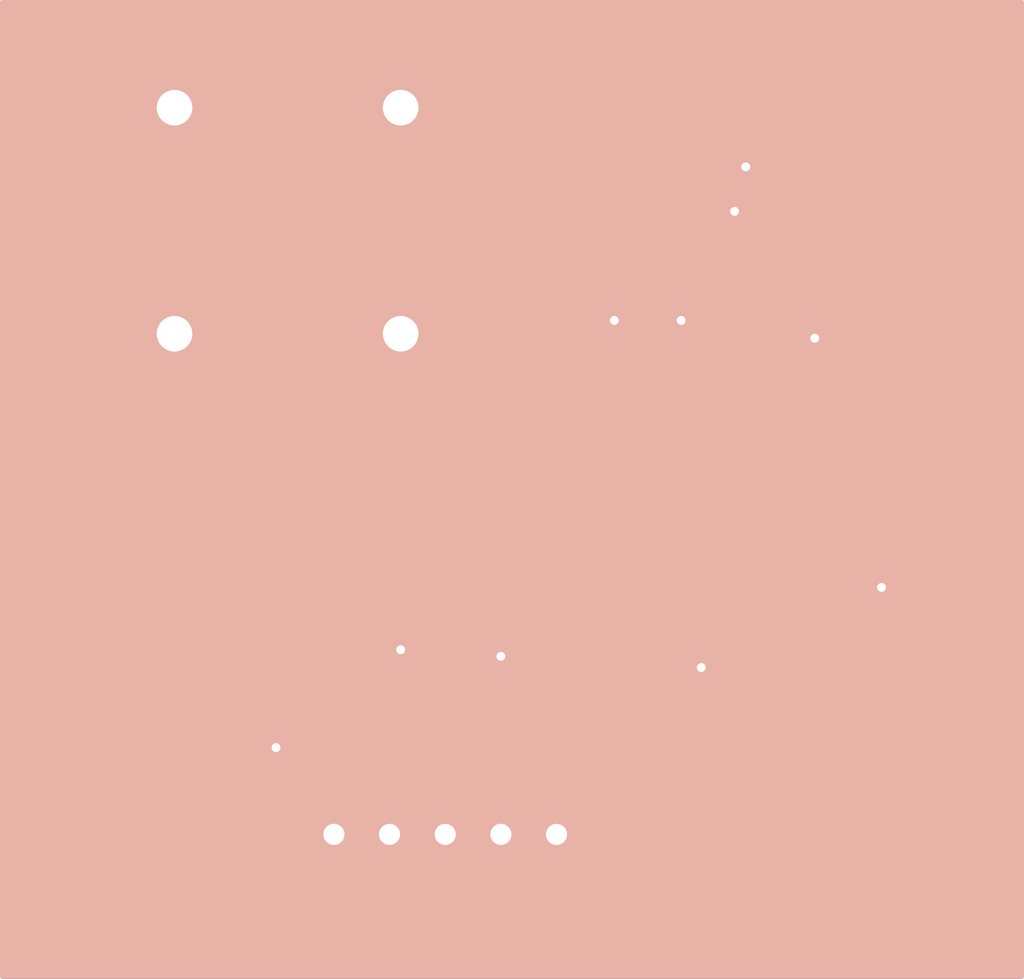
<source format=kicad_pcb>
(kicad_pcb (version 20240108) (generator "pcbnew") (generator_version "8.0")
  (layers (0 "F.Cu" signal) (31 "B.Cu" signal) (34 "B.Paste" user) (35 "F.Paste" user) (36 "B.SilkS" user "B.Silkscreen") (37 "F.SilkS" user "F.Silkscreen") (38 "B.Mask" user) (39 "F.Mask" user) (44 "Edge.Cuts" user))
  (net 0 "")
  (net 1 "Net-(D1-A)")
  (net 2 "/V_CELL_3")
  (net 3 "/V_CELL_2")
  (net 4 "/V_CELL_4")
  (net 5 "GND")
  (net 6 "/V_CELL_1")
  (net 7 "/CON_1")
  (net 8 "/CON_2")
  (net 9 "/CON_3")
  (net 10 "/CON_4")
  (net 11 "Net-(D2-A)")
  (net 12 "Net-(D3-A)")
  (net 13 "Net-(D4-A)")
  (net 14 "Net-(U5-1Y)")
  (net 15 "Net-(U5-2Y)")
  (net 19 "/V_OUT")
  (footprint "Resistor_SMD:R_0805_2012Metric" (layer "F.Cu") (at 55.7408 39.4992)
    (property "Reference" "R9" (hide yes))
    (property "Value" "70Ω" (hide yes))
    (pad "1" smd roundrect (at -0.9125 0) (size 1.025 1.4) (layers "F.Cu" "F.Paste" "F.Mask") (roundrect_rratio 0.243902) (net 9 "/CON_3"))
    (pad "2" smd roundrect (at 0.9125 0) (size 1.025 1.4) (layers "F.Cu" "F.Paste" "F.Mask") (roundrect_rratio 0.243902) (net 12 "Net-(D3-A)"))
  )
  (footprint "LED_SMD:LED_0805_2012Metric" (layer "F.Cu") (at 60 35.4992 180)
    (property "Reference" "D1-4" (at -0.5 1.9992 0) (layer "F.SilkS"))
    (property "Value" "LED" (hide yes))
    (pad "1" smd roundrect (at -0.9375 0 180) (size 0.975 1.4) (layers "F.Cu" "F.Paste" "F.Mask") (net 3 "/V_CELL_2"))
    (pad "2" smd roundrect (at 0.9375 0 180) (size 0.975 1.4) (layers "F.Cu" "F.Paste" "F.Mask") (net 1 "Net-(D1-A)"))
  )
  (footprint "Capacitor_SMD:C_0805_2012Metric" (layer "F.Cu") (at 57.5 55.05 90)
    (property "Reference" "C1" (at 2.5 -0.05 180) (layer "F.SilkS"))
    (property "Value" "1uF" (hide yes))
    (pad "1" smd roundrect (at -0.95 0 90) (size 1 1.45) (layers "F.Cu" "F.Paste" "F.Mask") (net 6 "/V_CELL_1"))
    (pad "2" smd roundrect (at 0.95 0 90) (size 1 1.45) (layers "F.Cu" "F.Paste" "F.Mask") (net 3 "/V_CELL_2"))
  )
  (footprint "LED_SMD:LED_0805_2012Metric" (layer "F.Cu") (at 60 37.5 180)
    (property "Reference" "D2" (hide yes))
    (property "Value" "LED" (hide yes))
    (pad "1" smd roundrect (at -0.9375 0 180) (size 0.975 1.4) (layers "F.Cu" "F.Paste" "F.Mask") (net 2 "/V_CELL_3"))
    (pad "2" smd roundrect (at 0.9375 0 180) (size 0.975 1.4) (layers "F.Cu" "F.Paste" "F.Mask") (net 11 "Net-(D2-A)"))
  )
  (footprint "Resistor_SMD:R_0805_2012Metric" (layer "F.Cu") (at 38.4675 59)
    (property "Reference" "R3" (at -0.268734 1.980901 180) (layer "F.SilkS"))
    (property "Value" "1MΩ" (hide yes))
    (pad "1" smd roundrect (at -0.9125 0) (size 1.025 1.4) (layers "F.Cu" "F.Paste" "F.Mask") (roundrect_rratio 0.243902) (net 9 "/CON_3"))
    (pad "2" smd roundrect (at 0.9125 0) (size 1.025 1.4) (layers "F.Cu" "F.Paste" "F.Mask") (roundrect_rratio 0.243902) (net 2 "/V_CELL_3"))
  )
  (footprint "Resistor_SMD:R_0805_2012Metric" (layer "F.Cu") (at 55.7808 35.4992)
    (property "Reference" "R7-10" (at -0.2808 -1.9992 0) (layer "F.SilkS"))
    (property "Value" "70Ω" (hide yes))
    (pad "1" smd roundrect (at -0.9125 0) (size 1.025 1.4) (layers "F.Cu" "F.Paste" "F.Mask") (roundrect_rratio 0.243902) (net 7 "/CON_1"))
    (pad "2" smd roundrect (at 0.9125 0) (size 1.025 1.4) (layers "F.Cu" "F.Paste" "F.Mask") (roundrect_rratio 0.243902) (net 1 "Net-(D1-A)"))
  )
  (footprint "Capacitor_SMD:C_0805_2012Metric" (layer "F.Cu") (at 48 55 90)
    (property "Reference" "C8" (at 2.55 0 180) (layer "F.SilkS"))
    (property "Value" "1uF" (hide yes))
    (pad "1" smd roundrect (at -0.95 0 90) (size 1 1.45) (layers "F.Cu" "F.Paste" "F.Mask") (net 3 "/V_CELL_2"))
    (pad "2" smd roundrect (at 0.95 0 90) (size 1 1.45) (layers "F.Cu" "F.Paste" "F.Mask") (net 2 "/V_CELL_3"))
  )
  (footprint "LED_SMD:LED_0805_2012Metric" (layer "F.Cu") (at 60 39.5 180)
    (property "Reference" "D3" (hide yes))
    (property "Value" "LED" (hide yes))
    (pad "1" smd roundrect (at -0.9375 0 180) (size 0.975 1.4) (layers "F.Cu" "F.Paste" "F.Mask") (net 4 "/V_CELL_4"))
    (pad "2" smd roundrect (at 0.9375 0 180) (size 0.975 1.4) (layers "F.Cu" "F.Paste" "F.Mask") (net 12 "Net-(D3-A)"))
  )
  (footprint "Package_TO_SOT_SMD:SOT-23" (layer "F.Cu") (at 54.55 55.0625 90)
    (property "Reference" "U1" (hide yes))
    (property "Value" "BD48L32G" (hide yes))
    (pad "1" smd roundrect (at -0.9375 -0.95 90) (size 1.475 0.6) (layers "F.Cu" "F.Paste" "F.Mask") (net 7 "/CON_1"))
    (pad "2" smd roundrect (at -0.9375 0.95 90) (size 1.475 0.6) (layers "F.Cu" "F.Paste" "F.Mask") (net 6 "/V_CELL_1"))
    (pad "3" smd roundrect (at 0.9375 0 90) (size 1.475 0.6) (layers "F.Cu" "F.Paste" "F.Mask") (net 3 "/V_CELL_2"))
  )
  (footprint "Capacitor_SMD:C_0805_2012Metric" (layer "F.Cu") (at 24 55.05 90)
    (property "Reference" "C6" (at 2.45 0 180) (layer "F.SilkS"))
    (property "Value" "1000pF" (hide yes))
    (pad "1" smd roundrect (at -0.95 0 90) (size 1 1.45) (layers "F.Cu" "F.Paste" "F.Mask") (net 10 "/CON_4"))
    (pad "2" smd roundrect (at 0.95 0 90) (size 1 1.45) (layers "F.Cu" "F.Paste" "F.Mask") (net 5 "GND"))
  )
  (footprint "Capacitor_SMD:C_0805_2012Metric" (layer "F.Cu") (at 39 55 90)
    (property "Reference" "C3" (at 2.55 0 180) (layer "F.SilkS"))
    (property "Value" "1uF" (hide yes))
    (pad "1" smd roundrect (at -0.95 0 90) (size 1 1.45) (layers "F.Cu" "F.Paste" "F.Mask") (net 2 "/V_CELL_3"))
    (pad "2" smd roundrect (at 0.95 0 90) (size 1 1.45) (layers "F.Cu" "F.Paste" "F.Mask") (net 4 "/V_CELL_4"))
  )
  (footprint "Resistor_SMD:R_0805_2012Metric" (layer "F.Cu") (at 46.0875 59)
    (property "Reference" "R1" (at -0.3975 2 180) (layer "F.SilkS"))
    (property "Value" "1MΩ" (hide yes))
    (pad "1" smd roundrect (at -0.9125 0) (size 1.025 1.4) (layers "F.Cu" "F.Paste" "F.Mask") (roundrect_rratio 0.243902) (net 7 "/CON_1"))
    (pad "2" smd roundrect (at 0.9125 0) (size 1.025 1.4) (layers "F.Cu" "F.Paste" "F.Mask") (roundrect_rratio 0.243902) (net 6 "/V_CELL_1"))
  )
  (footprint "Package_TO_SOT_SMD:SOT-23" (layer "F.Cu") (at 35.95 55.0625 90)
    (property "Reference" "U3" (hide yes))
    (property "Value" "BD48L32G" (hide yes))
    (pad "1" smd roundrect (at -0.9375 -0.95 90) (size 1.475 0.6) (layers "F.Cu" "F.Paste" "F.Mask") (net 9 "/CON_3"))
    (pad "2" smd roundrect (at -0.9375 0.95 90) (size 1.475 0.6) (layers "F.Cu" "F.Paste" "F.Mask") (net 2 "/V_CELL_3"))
    (pad "3" smd roundrect (at 0.9375 0 90) (size 1.475 0.6) (layers "F.Cu" "F.Paste" "F.Mask") (net 4 "/V_CELL_4"))
  )
  (footprint "Resistor_SMD:R_0805_2012Metric" (layer "F.Cu") (at 55.7408 41.4992)
    (property "Reference" "R10" (hide yes))
    (property "Value" "70Ω" (hide yes))
    (pad "1" smd roundrect (at -0.9125 0) (size 1.025 1.4) (layers "F.Cu" "F.Paste" "F.Mask") (roundrect_rratio 0.243902) (net 10 "/CON_4"))
    (pad "2" smd roundrect (at 0.9125 0) (size 1.025 1.4) (layers "F.Cu" "F.Paste" "F.Mask") (roundrect_rratio 0.243902) (net 13 "Net-(D4-A)"))
  )
  (footprint "SN74HC08DR:SOIC127P600X175-14N" (layer "F.Cu") (at 49 37 180)
    (property "Reference" "U5" (at 3 5.5 180) (layer "F.SilkS"))
    (property "Value" "SN74HC08DR" (hide yes))
    (pad "1" smd roundrect (at -2.475 -3.81 180) (size 1.97 0.6) (layers "F.Cu" "F.Paste" "F.Mask") (roundrect_rratio 0.15) (net 10 "/CON_4"))
    (pad "2" smd roundrect (at -2.475 -2.54 180) (size 1.97 0.6) (layers "F.Cu" "F.Paste" "F.Mask") (roundrect_rratio 0.15) (net 9 "/CON_3"))
    (pad "3" smd roundrect (at -2.475 -1.27 180) (size 1.97 0.6) (layers "F.Cu" "F.Paste" "F.Mask") (roundrect_rratio 0.15) (net 14 "Net-(U5-1Y)"))
    (pad "4" smd roundrect (at -2.475 0 180) (size 1.97 0.6) (layers "F.Cu" "F.Paste" "F.Mask") (roundrect_rratio 0.15) (net 8 "/CON_2"))
    (pad "5" smd roundrect (at -2.475 1.27 180) (size 1.97 0.6) (layers "F.Cu" "F.Paste" "F.Mask") (roundrect_rratio 0.15) (net 7 "/CON_1"))
    (pad "6" smd roundrect (at -2.475 2.54 180) (size 1.97 0.6) (layers "F.Cu" "F.Paste" "F.Mask") (roundrect_rratio 0.15) (net 15 "Net-(U5-2Y)"))
    (pad "7" smd roundrect (at -2.475 3.81 180) (size 1.97 0.6) (layers "F.Cu" "F.Paste" "F.Mask") (roundrect_rratio 0.15) (net 3 "/V_CELL_2"))
    (pad "8" smd roundrect (at 2.475 3.81 180) (size 1.97 0.6) (layers "F.Cu" "F.Paste" "F.Mask") (roundrect_rratio 0.15) (net 19 "/V_OUT"))
    (pad "9" smd roundrect (at 2.475 2.54 180) (size 1.97 0.6) (layers "F.Cu" "F.Paste" "F.Mask") (roundrect_rratio 0.15) (net 15 "Net-(U5-2Y)"))
    (pad "10" smd roundrect (at 2.475 1.27 180) (size 1.97 0.6) (layers "F.Cu" "F.Paste" "F.Mask") (roundrect_rratio 0.15) (net 14 "Net-(U5-1Y)"))
    (pad "11" smd roundrect (at 2.475 0 180) (size 1.97 0.6) (layers "F.Cu" "F.Paste" "F.Mask") (roundrect_rratio 0.15))
    (pad "12" smd roundrect (at 2.475 -1.27 180) (size 1.97 0.6) (layers "F.Cu" "F.Paste" "F.Mask") (roundrect_rratio 0.15))
    (pad "13" smd roundrect (at 2.475 -2.54 180) (size 1.97 0.6) (layers "F.Cu" "F.Paste" "F.Mask") (roundrect_rratio 0.15))
    (pad "14" smd roundrect (at 2.475 -3.81 180) (size 1.97 0.6) (layers "F.Cu" "F.Paste" "F.Mask") (roundrect_rratio 0.15) (net 6 "/V_CELL_1"))
  )
  (footprint "Capacitor_SMD:C_0805_2012Metric" (layer "F.Cu") (at 33 55 90)
    (property "Reference" "C4" (at 2.5 0 180) (layer "F.SilkS"))
    (property "Value" "1000pF" (hide yes))
    (pad "1" smd roundrect (at -0.95 0 90) (size 1 1.45) (layers "F.Cu" "F.Paste" "F.Mask") (net 9 "/CON_3"))
    (pad "2" smd roundrect (at 0.95 0 90) (size 1 1.45) (layers "F.Cu" "F.Paste" "F.Mask") (net 4 "/V_CELL_4"))
  )
  (footprint "LED_SMD:LED_0805_2012Metric" (layer "F.Cu") (at 60 41.5 180)
    (property "Reference" "D4" (hide yes))
    (property "Value" "LED" (hide yes))
    (pad "1" smd roundrect (at -0.9375 0 180) (size 0.975 1.4) (layers "F.Cu" "F.Paste" "F.Mask") (net 5 "GND"))
    (pad "2" smd roundrect (at 0.9375 0 180) (size 0.975 1.4) (layers "F.Cu" "F.Paste" "F.Mask") (net 13 "Net-(D4-A)"))
  )
  (footprint "Resistor_SMD:R_0805_2012Metric" (layer "F.Cu") (at 42.2775 59)
    (property "Reference" "R2" (at -0.3467 1.8984 180) (layer "F.SilkS"))
    (property "Value" "1MΩ" (hide yes))
    (pad "1" smd roundrect (at -0.9125 0) (size 1.025 1.4) (layers "F.Cu" "F.Paste" "F.Mask") (roundrect_rratio 0.243902) (net 8 "/CON_2"))
    (pad "2" smd roundrect (at 0.9125 0) (size 1.025 1.4) (layers "F.Cu" "F.Paste" "F.Mask") (roundrect_rratio 0.243902) (net 3 "/V_CELL_2"))
  )
  (footprint "1986660_2:TE_1986660-2" (layer "F.Cu") (at 27.84 32.84)
    (property "Reference" "J2" (at -2.905 -3.485 0) (layer "F.SilkS"))
    (property "Value" "1986660-2" (hide yes))
    (pad "1_1" thru_hole rect (at 0 0) (size 1.95 1.95) (drill 1.6) (layers "*.Cu" "*.Mask") (net 3 "/V_CELL_2"))
    (pad "1_2" thru_hole rect (at 0 10.16) (size 1.95 1.95) (drill 1.6) (layers "*.Cu" "*.Mask"))
    (pad "2_1" thru_hole circle (at 10.16 0) (size 1.95 1.95) (drill 1.6) (layers "*.Cu" "*.Mask") (net 19 "/V_OUT"))
    (pad "2_2" thru_hole circle (at 10.16 10.16) (size 1.95 1.95) (drill 1.6) (layers "*.Cu" "*.Mask"))
  )
  (footprint "Capacitor_SMD:C_0805_2012Metric" (layer "F.Cu") (at 42 55.05 90)
    (property "Reference" "C5" (at 2.55 0 180) (layer "F.SilkS"))
    (property "Value" "1000pF" (hide yes))
    (pad "1" smd roundrect (at -0.95 0 90) (size 1 1.45) (layers "F.Cu" "F.Paste" "F.Mask") (net 8 "/CON_2"))
    (pad "2" smd roundrect (at 0.95 0 90) (size 1 1.45) (layers "F.Cu" "F.Paste" "F.Mask") (net 2 "/V_CELL_3"))
  )
  (footprint "Package_TO_SOT_SMD:SOT-23" (layer "F.Cu") (at 45.05 55.0625 90)
    (property "Reference" "U2" (hide yes))
    (property "Value" "BD48L32G" (hide yes))
    (pad "1" smd roundrect (at -0.9375 -0.95 90) (size 1.475 0.6) (layers "F.Cu" "F.Paste" "F.Mask") (net 8 "/CON_2"))
    (pad "2" smd roundrect (at -0.9375 0.95 90) (size 1.475 0.6) (layers "F.Cu" "F.Paste" "F.Mask") (net 3 "/V_CELL_2"))
    (pad "3" smd roundrect (at 0.9375 0 90) (size 1.475 0.6) (layers "F.Cu" "F.Paste" "F.Mask") (net 2 "/V_CELL_3"))
  )
  (footprint "Package_TO_SOT_SMD:SOT-23" (layer "F.Cu") (at 27.05 55.0625 90)
    (property "Reference" "U4" (hide yes))
    (property "Value" "BD48L32G" (hide yes))
    (pad "1" smd roundrect (at -0.9375 -0.95 90) (size 1.475 0.6) (layers "F.Cu" "F.Paste" "F.Mask") (net 10 "/CON_4"))
    (pad "2" smd roundrect (at -0.9375 0.95 90) (size 1.475 0.6) (layers "F.Cu" "F.Paste" "F.Mask") (net 4 "/V_CELL_4"))
    (pad "3" smd roundrect (at 0.9375 0 90) (size 1.475 0.6) (layers "F.Cu" "F.Paste" "F.Mask") (net 5 "GND"))
  )
  (footprint "Resistor_SMD:R_0805_2012Metric" (layer "F.Cu") (at 55.7408 37.4992)
    (property "Reference" "R8" (hide yes))
    (property "Value" "70Ω" (hide yes))
    (pad "1" smd roundrect (at -0.9125 0) (size 1.025 1.4) (layers "F.Cu" "F.Paste" "F.Mask") (roundrect_rratio 0.243902) (net 8 "/CON_2"))
    (pad "2" smd roundrect (at 0.9125 0) (size 1.025 1.4) (layers "F.Cu" "F.Paste" "F.Mask") (roundrect_rratio 0.243902) (net 11 "Net-(D2-A)"))
  )
  (footprint "Capacitor_SMD:C_0805_2012Metric" (layer "F.Cu") (at 30 55.05 90)
    (property "Reference" "C7" (at 2.45 -0.05 180) (layer "F.SilkS"))
    (property "Value" "1uF" (hide yes))
    (pad "1" smd roundrect (at -0.95 0 90) (size 1 1.45) (layers "F.Cu" "F.Paste" "F.Mask") (net 4 "/V_CELL_4"))
    (pad "2" smd roundrect (at 0.95 0 90) (size 1 1.45) (layers "F.Cu" "F.Paste" "F.Mask") (net 5 "GND"))
  )
  (footprint "Capacitor_SMD:C_0805_2012Metric" (layer "F.Cu") (at 51.5 55 90)
    (property "Reference" "C2" (at 2.55 0 180) (layer "F.SilkS"))
    (property "Value" "1000pF" (hide yes))
    (pad "1" smd roundrect (at -0.95 0 90) (size 1 1.45) (layers "F.Cu" "F.Paste" "F.Mask") (net 7 "/CON_1"))
    (pad "2" smd roundrect (at 0.95 0 90) (size 1 1.45) (layers "F.Cu" "F.Paste" "F.Mask") (net 3 "/V_CELL_2"))
  )
  (footprint "Resistor_SMD:R_0805_2012Metric" (layer "F.Cu") (at 34.591366 59)
    (property "Reference" "R4" (at -0.3569 1.980901 180) (layer "F.SilkS"))
    (property "Value" "1MΩ" (hide yes))
    (pad "1" smd roundrect (at -0.9125 0) (size 1.025 1.4) (layers "F.Cu" "F.Paste" "F.Mask") (roundrect_rratio 0.243902) (net 10 "/CON_4"))
    (pad "2" smd roundrect (at 0.9125 0) (size 1.025 1.4) (layers "F.Cu" "F.Paste" "F.Mask") (roundrect_rratio 0.243902) (net 4 "/V_CELL_4"))
  )
  (footprint "Connector_JST:JST_XH_B5B-XH-A_1x05_P2.50mm_Vertical" (layer "F.Cu") (at 35 65.5)
    (property "Reference" "J3" (at 5 -3.55 0) (layer "F.SilkS"))
    (property "Value" "B5B-XH-A")
    (pad "1" thru_hole roundrect (at 0 0) (size 1.7 1.95) (drill 0.95) (layers "*.Cu" "*.Mask") (roundrect_rratio 0.147059) (net 5 "GND"))
    (pad "2" thru_hole oval (at 2.5 0) (size 1.7 1.95) (drill 0.95) (layers "*.Cu" "*.Mask") (net 4 "/V_CELL_4"))
    (pad "3" thru_hole oval (at 5 0) (size 1.7 1.95) (drill 0.95) (layers "*.Cu" "*.Mask") (net 2 "/V_CELL_3"))
    (pad "4" thru_hole oval (at 7.5 0) (size 1.7 1.95) (drill 0.95) (layers "*.Cu" "*.Mask") (net 3 "/V_CELL_2"))
    (pad "5" thru_hole oval (at 10 0) (size 1.7 1.95) (drill 0.95) (layers "*.Cu" "*.Mask") (net 6 "/V_CELL_1"))
  )
  (footprint "LOGO" (layer "B.Cu") (at 58 40.2 180)
    (property "Reference" "C***" (hide yes))
    (property "Value" "LOGO" (hide yes))
  )
  (gr_text "+" (at 37.559199 50.249499 90) (layer "B.SilkS") (effects (font (size 1 1))))
  (gr_text "IRIS - XV\nBMS\nHenry Lin, Rina Manxhuka, Janine Zhu\nJakub Wojdyla, Hriday Shah, Joe Hanger\nBen Saarva, Medha Hariharan, Jashan Virdi\nSophie Yang, Nihar Koganti" (at 65.2 53 0) (layer "B.SilkS") (effects (font (size 1 1)) (justify left bottom mirror)))
  (gr_text "+" (at 37.559199 50.249499 90) (layer "F.SilkS") (effects (font (size 1 1))))
  (segment (start 56.6933 35.4992) (end 59.0625 35.4992) (width 0.25) (layer "F.Cu") (net 1))
  (segment (start 39.38 59) (end 39.38 56.33) (width 0.25) (layer "F.Cu") (net 2))
  (segment (start 60.9375 37.5) (end 63.4375 40) (width 0.25) (layer "F.Cu") (net 2))
  (segment (start 45.025 54.1) (end 45.05 54.125) (width 0.25) (layer "F.Cu") (net 2))
  (segment (start 40 59.62) (end 39.38 59) (width 0.25) (layer "F.Cu") (net 2))
  (segment (start 44.975 54.05) (end 45.05 54.125) (width 0.25) (layer "F.Cu") (net 2))
  (segment (start 48 54.05) (end 45.125 54.05) (width 0.25) (layer "F.Cu") (net 2))
  (segment (start 39.38 56.33) (end 39 55.95) (width 0.25) (layer "F.Cu") (net 2))
  (segment (start 39.515 65.015) (end 40 65.5) (width 0.25) (layer "F.Cu") (net 2))
  (segment (start 63.4375 40) (end 63.5 40) (width 0.25) (layer "F.Cu") (net 2))
  (segment (start 36.9 56) (end 38.95 56) (width 0.25) (layer "F.Cu") (net 2))
  (segment (start 52 47) (end 48 51) (width 0.25) (layer "F.Cu") (net 2))
  (segment (start 38.95 56) (end 39 55.95) (width 0.25) (layer "F.Cu") (net 2))
  (segment (start 39.515 56.465) (end 39 55.95) (width 0.25) (layer "F.Cu") (net 2))
  (segment (start 60.5 47) (end 52 47) (width 0.25) (layer "F.Cu") (net 2))
  (segment (start 42 54.1) (end 45.025 54.1) (width 0.25) (layer "F.Cu") (net 2))
  (segment (start 45.125 54.05) (end 45.05 54.125) (width 0.25) (layer "F.Cu") (net 2))
  (segment (start 63.5 40) (end 63.5 44) (width 0.25) (layer "F.Cu") (net 2))
  (segment (start 40.85 54.1) (end 39 55.95) (width 0.25) (layer "F.Cu") (net 2))
  (segment (start 40 65.5) (end 40 59.62) (width 0.25) (layer "F.Cu") (net 2))
  (segment (start 48 51) (end 48 54.05) (width 0.25) (layer "F.Cu") (net 2))
  (segment (start 42 54.1) (end 40.85 54.1) (width 0.25) (layer "F.Cu") (net 2))
  (segment (start 63.5 44) (end 60.5 47) (width 0.25) (layer "F.Cu") (net 2))
  (segment (start 65 46.6) (end 57.5 54.1) (width 0.25) (layer "F.Cu") (net 3))
  (segment (start 49.285 31) (end 29.68 31) (width 0.25) (layer "F.Cu") (net 3))
  (segment (start 54.875 54.125) (end 54.9 54.1) (width 0.25) (layer "F.Cu") (net 3))
  (segment (start 43.19 59) (end 43.19 59.325) (width 0.25) (layer "F.Cu") (net 3))
  (segment (start 65 39.5617) (end 65 46.6) (width 0.25) (layer "F.Cu") (net 3))
  (segment (start 51.5 54.05) (end 49.9 54.05) (width 0.25) (layer "F.Cu") (net 3))
  (segment (start 60.9375 35.4992) (end 58.6283 33.19) (width 0.25) (layer "F.Cu") (net 3))
  (segment (start 29.68 31) (end 27.84 32.84) (width 0.25) (layer "F.Cu") (net 3))
  (segment (start 51.5 54.05) (end 54.475 54.05) (width 0.25) (layer "F.Cu") (net 3))
  (segment (start 49.9 54.05) (end 48 55.95) (width 0.25) (layer "F.Cu") (net 3))
  (segment (start 58.6283 33.19) (end 51.475 33.19) (width 0.25) (layer "F.Cu") (net 3))
  (segment (start 43.19 59) (end 43.19 58.81) (width 0.25) (layer "F.Cu") (net 3))
  (segment (start 42.5 65.5) (end 42.5 59.69) (width 0.25) (layer "F.Cu") (net 3))
  (segment (start 43.19 58.81) (end 46 56) (width 0.25) (layer "F.Cu") (net 3))
  (segment (start 54.475 54.05) (end 54.55 54.125) (width 0.25) (layer "F.Cu") (net 3))
  (segment (start 51.475 33.19) (end 49.285 31) (width 0.25) (layer "F.Cu") (net 3))
  (segment (start 42.5 59.69) (end 43.19 59) (width 0.25) (layer "F.Cu") (net 3))
  (segment (start 46.05 55.95) (end 46 56) (width 0.25) (layer "F.Cu") (net 3))
  (segment (start 60.9375 35.4992) (end 65 39.5617) (width 0.25) (layer "F.Cu") (net 3))
  (segment (start 54.9 54.1) (end 57.5 54.1) (width 0.25) (layer "F.Cu") (net 3))
  (segment (start 48 55.95) (end 46.05 55.95) (width 0.25) (layer "F.Cu") (net 3))
  (segment (start 54.55 54.125) (end 54.875 54.125) (width 0.25) (layer "F.Cu") (net 3))
  (segment (start 35.503866 63.003866) (end 35.503866 59) (width 0.25) (layer "F.Cu") (net 4))
  (segment (start 60.9375 39.5) (end 62 40.5625) (width 0.25) (layer "F.Cu") (net 4))
  (segment (start 31.913866 56.775) (end 31.138866 56) (width 0.25) (layer "F.Cu") (net 4))
  (segment (start 33 54.05) (end 35.875 54.05) (width 0.25) (layer "F.Cu") (net 4))
  (segment (start 35.503866 59) (end 33.278866 56.775) (width 0.25) (layer "F.Cu") (net 4))
  (segment (start 31.95 54.05) (end 30 56) (width 0.25) (layer "F.Cu") (net 4))
  (segment (start 37.5 65) (end 35.503866 63.003866) (width 0.25) (layer "F.Cu") (net 4))
  (segment (start 35.95 54.125) (end 38.925 54.125) (width 0.25) (layer "F.Cu") (net 4))
  (segment (start 39 51.5) (end 39 54.05) (width 0.25) (layer "F.Cu") (net 4))
  (segment (start 31.138866 56) (end 30 56) (width 0.25) (layer "F.Cu") (net 4))
  (segment (start 62 43.5) (end 60 45.5) (width 0.25) (layer "F.Cu") (net 4))
  (segment (start 38.925 54.125) (end 39 54.05) (width 0.25) (layer "F.Cu") (net 4))
  (segment (start 60 45.5) (end 45 45.5) (width 0.25) (layer "F.Cu") (net 4))
  (segment (start 33.278866 56.775) (end 31.913866 56.775) (width 0.25) (layer "F.Cu") (net 4))
  (segment (start 28 56) (end 30 56) (width 0.25) (layer "F.Cu") (net 4))
  (segment (start 37.5 65.5) (end 37.5 65) (width 0.25) (layer "F.Cu") (net 4))
  (segment (start 62 40.5625) (end 62 43.5) (width 0.25) (layer "F.Cu") (net 4))
  (segment (start 45 45.5) (end 39 51.5) (width 0.25) (layer "F.Cu") (net 4))
  (segment (start 33 54.05) (end 31.95 54.05) (width 0.25) (layer "F.Cu") (net 4))
  (segment (start 35.875 54.05) (end 35.95 54.125) (width 0.25) (layer "F.Cu") (net 4))
  (segment (start 58.4375 44) (end 40.1 44) (width 0.25) (layer "F.Cu") (net 5))
  (segment (start 30 65.5) (end 22.4 57.9) (width 0.25) (layer "F.Cu") (net 5))
  (segment (start 23.2 54.1) (end 24 54.1) (width 0.25) (layer "F.Cu") (net 5))
  (segment (start 27.05 54.125) (end 29.975 54.125) (width 0.25) (layer "F.Cu") (net 5))
  (segment (start 22.4 57.9) (end 22.4 54.9) (width 0.25) (layer "F.Cu") (net 5))
  (segment (start 22.4 54.9) (end 23.2 54.1) (width 0.25) (layer "F.Cu") (net 5))
  (segment (start 35 65.5) (end 30 65.5) (width 0.25) (layer "F.Cu") (net 5))
  (segment (start 60.9375 41.5) (end 58.4375 44) (width 0.25) (layer "F.Cu") (net 5))
  (segment (start 40.1 44) (end 30 54.1) (width 0.25) (layer "F.Cu") (net 5))
  (segment (start 29.975 54.125) (end 30 54.1) (width 0.25) (layer "F.Cu") (net 5))
  (segment (start 27.025 54.1) (end 27.05 54.125) (width 0.25) (layer "F.Cu") (net 5))
  (segment (start 24 54.1) (end 27.025 54.1) (width 0.25) (layer "F.Cu") (net 5))
  (segment (start 59.6 54.4) (end 59.6 55) (width 0.25) (layer "F.Cu") (net 6))
  (segment (start 55.5 56) (end 57.5 56) (width 0.25) (layer "F.Cu") (net 6))
  (segment (start 52.5 59) (end 55.5 56) (width 0.25) (layer "F.Cu") (net 6))
  (segment (start 59.6 55) (end 58.6 56) (width 0.25) (layer "F.Cu") (net 6))
  (segment (start 58.6 56) (end 57.5 56) (width 0.25) (layer "F.Cu") (net 6))
  (segment (start 46.525 42.350305) (end 47.374695 43.2) (width 0.25) (layer "F.Cu") (net 6))
  (segment (start 47.374695 43.2) (end 56.6 43.2) (width 0.25) (layer "F.Cu") (net 6))
  (segment (start 46.525 40.81) (end 46.525 42.350305) (width 0.25) (layer "F.Cu") (net 6))
  (segment (start 45 65.5) (end 45 61) (width 0.25) (layer "F.Cu") (net 6))
  (segment (start 45 61) (end 47 59) (width 0.25) (layer "F.Cu") (net 6))
  (segment (start 47 59) (end 52.5 59) (width 0.25) (layer "F.Cu") (net 6))
  (via (at 56.6 43.2) (size 0.8) (drill 0.4) (layers "F.Cu" "B.Cu") (net 6))
  (via (at 59.6 54.4) (size 0.8) (drill 0.4) (layers "F.Cu" "B.Cu") (net 6))
  (segment (start 59.6 46.2) (end 59.6 54.4) (width 0.25) (layer "B.Cu") (net 6))
  (segment (start 56.6 43.2) (end 59.6 46.2) (width 0.25) (layer "B.Cu") (net 6))
  (segment (start 45.175 59) (end 46.2 57.975) (width 0.25) (layer "F.Cu") (net 7))
  (segment (start 50.225 57.225) (end 51.5 55.95) (width 0.25) (layer "F.Cu") (net 7))
  (segment (start 54.8683 35.4992) (end 53.5 35.4992) (width 0.25) (layer "F.Cu") (net 7))
  (segment (start 49.475 57.975) (end 51.475 57.975) (width 0.25) (layer "F.Cu") (net 7))
  (segment (start 53.55 55.95) (end 53.6 56) (width 0.25) (layer "F.Cu") (net 7))
  (segment (start 53.5 35.4992) (end 51.7058 35.4992) (width 0.25) (layer "F.Cu") (net 7))
  (segment (start 51.475 57.975) (end 51.5 58) (width 0.25) (layer "F.Cu") (net 7))
  (segment (start 51.5 55.95) (end 53.55 55.95) (width 0.25) (layer "F.Cu") (net 7))
  (segment (start 46.2 57.975) (end 49.475 57.975) (width 0.25) (layer "F.Cu") (net 7))
  (segment (start 49.475 57.975) (end 50.225 57.225) (width 0.25) (layer "F.Cu") (net 7))
  (segment (start 51.7058 35.4992) (end 51.475 35.73) (width 0.5) (layer "F.Cu") (net 7))
  (segment (start 54.8675 35.5) (end 54.8683 35.4992) (width 0.5) (layer "F.Cu") (net 7))
  (via (at 53.5 35.4992) (size 0.8) (drill 0.4) (layers "F.Cu" "B.Cu") (net 7))
  (via (at 51.5 58) (size 0.8) (drill 0.4) (layers "F.Cu" "B.Cu") (net 7))
  (segment (start 53.5 35.4992) (end 53.5 35.5) (width 0.5) (layer "B.Cu") (net 7))
  (segment (start 53.5 35.5) (end 54 36) (width 0.25) (layer "B.Cu") (net 7))
  (segment (start 52.5 58) (end 51.5 58) (width 0.25) (layer "B.Cu") (net 7))
  (segment (start 54 36) (end 54 56.5) (width 0.25) (layer "B.Cu") (net 7))
  (segment (start 54 56.5) (end 52.5 58) (width 0.25) (layer "B.Cu") (net 7))
  (segment (start 41.365 56.635) (end 42 56) (width 0.25) (layer "F.Cu") (net 8))
  (segment (start 54.8283 37.4992) (end 53 37.4992) (width 0.25) (layer "F.Cu") (net 8))
  (segment (start 42.5 56.5) (end 42 56) (width 0.25) (layer "F.Cu") (net 8))
  (segment (start 41.365 59) (end 41.365 56.635) (width 0.25) (layer "F.Cu") (net 8))
  (segment (start 42.5 57.5) (end 42.5 56.5) (width 0.25) (layer "F.Cu") (net 8))
  (segment (start 53 37.4992) (end 51.9742 37.4992) (width 0.25) (layer "F.Cu") (net 8))
  (segment (start 51.9742 37.4992) (end 51.475 37) (width 0.25) (layer "F.Cu") (net 8))
  (segment (start 42 56) (end 44.1 56) (width 0.25) (layer "F.Cu") (net 8))
  (via (at 42.5 57.5) (size 0.8) (drill 0.4) (layers "F.Cu" "B.Cu") (net 8))
  (via (at 53 37.4992) (size 0.8) (drill 0.4) (layers "F.Cu" "B.Cu") (net 8))
  (segment (start 43.5 57.5) (end 42.5 57.5) (width 0.25) (layer "B.Cu") (net 8))
  (segment (start 53.55 38.0492) (end 53.55 47.45) (width 0.25) (layer "B.Cu") (net 8))
  (segment (start 53 37.4992) (end 53.55 38.0492) (width 0.25) (layer "B.Cu") (net 8))
  (segment (start 53.55 47.45) (end 43.5 57.5) (width 0.25) (layer "B.Cu") (net 8))
  (segment (start 37.555 59) (end 37.555 58.555) (width 0.25) (layer "F.Cu") (net 9))
  (segment (start 37.555 58.555) (end 35 56) (width 0.25) (layer "F.Cu") (net 9))
  (segment (start 35.0875 55.6454) (end 35.05 55.6079) (width 0.5) (layer "F.Cu") (net 9))
  (segment (start 51.475 39.54) (end 50.46 39.54) (width 0.25) (layer "F.Cu") (net 9))
  (segment (start 50.46 39.54) (end 47.6 42.4) (width 0.25) (layer "F.Cu") (net 9))
  (segment (start 54.8283 39.4992) (end 51.5158 39.4992) (width 0.25) (layer "F.Cu") (net 9))
  (segment (start 51.5158 39.4992) (end 51.475 39.54) (width 0.25) (layer "F.Cu") (net 9))
  (segment (start 38 58.555) (end 37.555 59) (width 0.25) (layer "F.Cu") (net 9))
  (segment (start 33 55.95) (end 34.95 55.95) (width 0.25) (layer "F.Cu") (net 9))
  (segment (start 34.95 55.95) (end 35 56) (width 0.25) (layer "F.Cu") (net 9))
  (segment (start 38 57.2) (end 38 58.555) (width 0.25) (layer "F.Cu") (net 9))
  (via (at 38 57.2) (size 0.8) (drill 0.4) (layers "F.Cu" "B.Cu") (net 9))
  (via (at 47.6 42.4) (size 0.8) (drill 0.4) (layers "F.Cu" "B.Cu") (net 9))
  (segment (start 38 52) (end 38 57.2) (width 0.25) (layer "B.Cu") (net 9))
  (segment (start 47.6 42.4) (end 38 52) (width 0.25) (layer "B.Cu") (net 9))
  (segment (start 51.2634 42.4) (end 50.6 42.4) (width 0.25) (layer "F.Cu") (net 10))
  (segment (start 24 56) (end 26.1 56) (width 0.25) (layer "F.Cu") (net 10))
  (segment (start 33.678866 59) (end 29.1 59) (width 0.25) (layer "F.Cu") (net 10))
  (segment (start 32.4 61.6) (end 33.678866 60.321134) (width 0.25) (layer "F.Cu") (net 10))
  (segment (start 33.678866 60.321134) (end 33.678866 59) (width 0.25) (layer "F.Cu") (net 10))
  (segment (start 52.1642 41.4992) (end 51.2634 42.4) (width 0.25) (layer "F.Cu") (net 10))
  (segment (start 54.9375 41.39) (end 54.8283 41.4992) (width 0.5) (layer "F.Cu") (net 10))
  (segment (start 29.1 59) (end 26.1 56) (width 0.25) (layer "F.Cu") (net 10))
  (segment (start 52.1642 41.4992) (end 51.475 40.81) (width 0.25) (layer "F.Cu") (net 10))
  (segment (start 54.8283 41.4992) (end 52.1642 41.4992) (width 0.25) (layer "F.Cu") (net 10))
  (via (at 32.4 61.6) (size 0.8) (drill 0.4) (layers "F.Cu" "B.Cu") (net 10))
  (via (at 50.6 42.4) (size 0.8) (drill 0.4) (layers "F.Cu" "B.Cu") (net 10))
  (segment (start 40.2 58.8) (end 37.4 61.6) (width 0.25) (layer "B.Cu") (net 10))
  (segment (start 50.6 42.4) (end 40.2 52.8) (width 0.25) (layer "B.Cu") (net 10))
  (segment (start 40.2 52.8) (end 40.2 58.8) (width 0.25) (layer "B.Cu") (net 10))
  (segment (start 37.4 61.6) (end 32.4 61.6) (width 0.25) (layer "B.Cu") (net 10))
  (segment (start 59.0617 37.4992) (end 59.0625 37.5) (width 0.25) (layer "F.Cu") (net 11))
  (segment (start 56.6533 37.4992) (end 59.0617 37.4992) (width 0.25) (layer "F.Cu") (net 11))
  (segment (start 56.6533 39.4992) (end 59.0617 39.4992) (width 0.25) (layer "F.Cu") (net 12))
  (segment (start 59.0617 39.4992) (end 59.0625 39.5) (width 0.25) (layer "F.Cu") (net 12))
  (segment (start 56.6533 41.4992) (end 59.0617 41.4992) (width 0.25) (layer "F.Cu") (net 13))
  (segment (start 59.0617 41.4992) (end 59.0625 41.5) (width 0.25) (layer "F.Cu") (net 13))
  (segment (start 46.949392 35.73) (end 46.525 35.73) (width 0.25) (layer "F.Cu") (net 14))
  (segment (start 49.489392 38.27) (end 46.949392 35.73) (width 0.25) (layer "F.Cu") (net 14))
  (segment (start 51.475 38.27) (end 49.489392 38.27) (width 0.25) (layer "F.Cu") (net 14))
  (segment (start 46.525 34.46) (end 51.475 34.46) (width 0.25) (layer "F.Cu") (net 15))
  (segment (start 46.525 33.19) (end 38.35 33.19) (width 0.25) (layer "F.Cu") (net 19))
  (segment (start 38.35 33.19) (end 38 32.84) (width 0.25) (layer "F.Cu") (net 19))
  (zone (net 5) (net_name "GND") (layer "F.Cu") (connect_pads (clearance 0.5)) (min_thickness 0.25) (fill yes (thermal_gap 0.5) (thermal_bridge_width 0.5))
    (polygon (pts (xy 66 28) (xy 20 28) (xy 20 72) (xy 66 72)))
  )
  (zone (net 5) (net_name "GND") (layer "B.Cu") (priority 1) (connect_pads (clearance 0.5)) (min_thickness 0.25) (fill yes (thermal_gap 0.5) (thermal_bridge_width 0.5))
    (polygon (pts (xy 66 28) (xy 20 28) (xy 20 72) (xy 66 72)))
  )
  (zone (net 0) (net_name "") (layer "B.SilkS") (connect_pads (clearance 0.5)) (min_thickness 0.25) (fill yes (thermal_gap 0.5) (thermal_bridge_width 0.5))
    (polygon (pts (xy 20 28) (xy 20 72) (xy 66 72) (xy 66 28)))
  )
)
</source>
